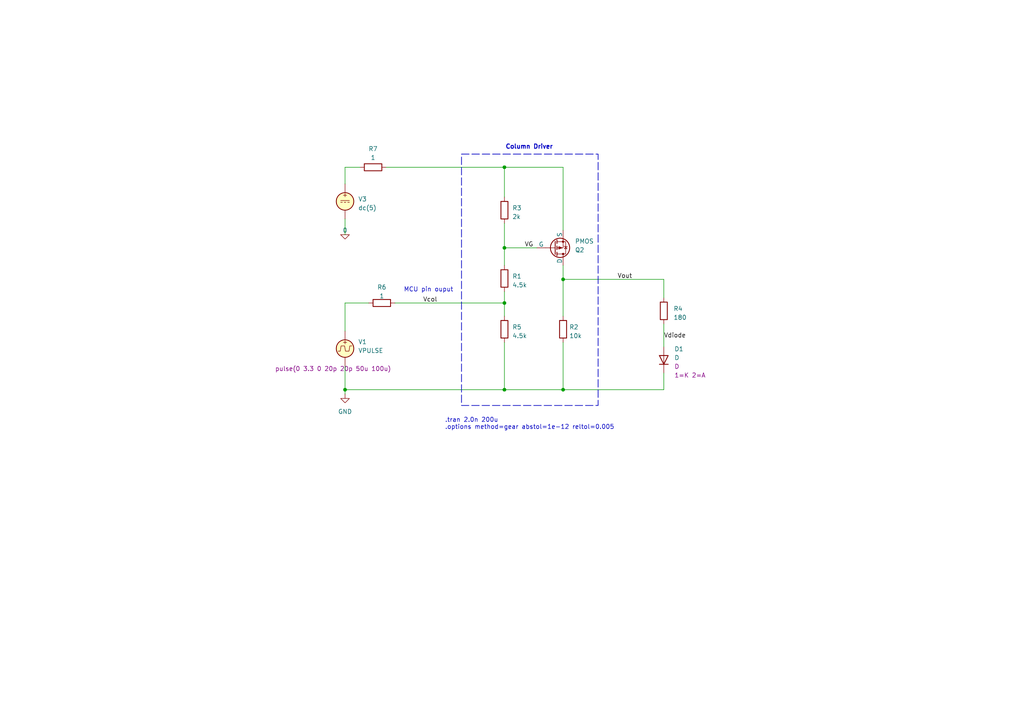
<source format=kicad_sch>
(kicad_sch (version 20230121) (generator eeschema)
  (paper "A4")
  (lib_symbols
    (symbol "Device:R" (pin_numbers hide) (pin_names (offset 0))
      (property "Reference" "R" (at 2.032 0 90))
      (property "Value" "R" (at 0 0 90))
      (symbol "R_0_1"
        (rectangle (start -1.016 -2.54) (end 1.016 2.54) (stroke (width 0.254)))
      )
      (symbol "R_1_1"
        (pin passive line (at 0 3.81 270) (length 1.27) (name "~") (number "1"))
        (pin passive line (at 0 -3.81 90) (length 1.27) (name "~") (number "2"))
      )
    )
    (symbol "Simulation_SPICE:0" (power) (pin_names (offset 0))
      (property "Value" "0" (at 0 -1.778 0))
      (symbol "0_0_1"
        (polyline (pts (xy -1.27 0) (xy 0 -1.27) (xy 1.27 0) (xy -1.27 0)))
      )
      (symbol "0_1_1"
        (pin power_in line (at 0 0 0) (length 0) hide (name "0") (number "1"))
      )
    )
    (symbol "Simulation_SPICE:D" (pin_numbers hide) (pin_names (offset 1.016) hide)
      (property "Reference" "D" (at 0 2.54 0))
      (property "Value" "D" (at 0 -2.54 0))
      (property "Sim.Device" "D" (at 0 0 0))
      (property "Sim.Pins" "1=K 2=A" (at 0 0 0))
      (symbol "D_0_1"
        (polyline (pts (xy -1.27 1.27) (xy -1.27 -1.27)) (stroke (width 0.254)))
        (polyline (pts (xy 1.27 0) (xy -1.27 0)))
        (polyline (pts (xy 1.27 1.27) (xy 1.27 -1.27) (xy -1.27 0) (xy 1.27 1.27)) (stroke (width 0.254)))
      )
      (symbol "D_1_1"
        (pin passive line (at -3.81 0 0) (length 2.54) (name "K") (number "1"))
        (pin passive line (at 3.81 0 180) (length 2.54) (name "A") (number "2"))
      )
    )
    (symbol "Simulation_SPICE:PMOS" (pin_numbers hide) (pin_names (offset 0))
      (property "Reference" "Q" (at 5.08 1.27 0))
      (property "Value" "PMOS" (at 5.08 -1.27 0))
      (symbol "PMOS_0_1"
        (polyline (pts (xy 0.254 0) (xy -2.54 0)))
        (polyline (pts (xy 0.254 1.905) (xy 0.254 -1.905)) (stroke (width 0.254)))
        (polyline (pts (xy 0.762 -1.27) (xy 0.762 -2.286)) (stroke (width 0.254)))
        (polyline (pts (xy 0.762 0.508) (xy 0.762 -0.508)) (stroke (width 0.254)))
        (polyline (pts (xy 0.762 2.286) (xy 0.762 1.27)) (stroke (width 0.254)))
        (polyline (pts (xy 2.54 2.54) (xy 2.54 1.778)))
        (polyline (pts (xy 2.54 -2.54) (xy 2.54 0) (xy 0.762 0)))
        (polyline (pts (xy 0.762 1.778) (xy 3.302 1.778) (xy 3.302 -1.778) (xy 0.762 -1.778)))
        (polyline (pts (xy 2.286 0) (xy 1.27 0.381) (xy 1.27 -0.381) (xy 2.286 0)) (fill (type outline)))
        (polyline (pts (xy 2.794 -0.508) (xy 2.921 -0.381) (xy 3.683 -0.381) (xy 3.81 -0.254)))
        (polyline (pts (xy 3.302 -0.381) (xy 2.921 0.254) (xy 3.683 0.254) (xy 3.302 -0.381)))
        (circle (center 1.651 0) (radius 2.794) (stroke (width 0.254)))
        (circle (center 2.54 -1.778) (radius 0.254) (fill (type outline)))
        (circle (center 2.54 1.778) (radius 0.254) (fill (type outline)))
      )
      (symbol "PMOS_1_1"
        (pin passive line (at 2.54 5.08 270) (length 2.54) (name "D") (number "1"))
        (pin input line (at -5.08 0 0) (length 2.54) (name "G") (number "2"))
        (pin passive line (at 2.54 -5.08 90) (length 2.54) (name "S") (number "3"))
      )
    )
    (symbol "Simulation_SPICE:VDC" (pin_numbers hide) (pin_names (offset 0.0254))
      (property "Reference" "V" (at 2.54 2.54 0))
      (property "Value" "1" (at 2.54 0 0))
      (symbol "VDC_0_0"
        (polyline (pts (xy -1.27 0.254) (xy 1.27 0.254)))
        (polyline (pts (xy -0.762 -0.254) (xy -1.27 -0.254)))
        (polyline (pts (xy 0.254 -0.254) (xy -0.254 -0.254)))
        (polyline (pts (xy 1.27 -0.254) (xy 0.762 -0.254)))
        (text "+" (at 0 1.905 0) (effects (font (size 1.27 1.27))))
      )
      (symbol "VDC_0_1"
        (circle (center 0 0) (radius 2.54) (stroke (width 0.254)) (fill (type background)))
      )
      (symbol "VDC_1_1"
        (pin passive line (at 0 5.08 270) (length 2.54) (name "~") (number "1"))
        (pin passive line (at 0 -5.08 90) (length 2.54) (name "~") (number "2"))
      )
    )
    (symbol "Simulation_SPICE:VPULSE" (pin_numbers hide) (pin_names (offset 0.0254))
      (property "Reference" "V" (at 2.54 2.54 0))
      (property "Value" "VPULSE" (at 2.54 0 0))
      (property "Sim.Params" "y1=0 y2=1 td=2n tr=2n tf=2n tw=50n per=100n" (at 2.54 -2.54 0))
      (symbol "VPULSE_0_0"
        (polyline (pts (xy -2.032 -0.762) (xy -1.397 -0.762) (xy -1.143 0.762) (xy -0.127 0.762) (xy 0.127 -0.762) (xy 1.143 -0.762) (xy 1.397 0.762) (xy 2.032 0.762)))
        (text "+" (at 0 1.905 0) (effects (font (size 1.27 1.27))))
      )
      (symbol "VPULSE_0_1"
        (circle (center 0 0) (radius 2.54) (stroke (width 0.254)) (fill (type background)))
      )
      (symbol "VPULSE_1_1"
        (pin passive line (at 0 5.08 270) (length 2.54) (name "~") (number "1"))
        (pin passive line (at 0 -5.08 90) (length 2.54) (name "~") (number "2"))
      )
    )
    (symbol "power:GND" (power) (pin_names (offset 0))
      (property "Value" "GND" (at 0 -3.81 0))
      (symbol "GND_0_1"
        (polyline (pts (xy 0 0) (xy 0 -1.27) (xy 1.27 -1.27) (xy 0 -2.54) (xy -1.27 -1.27) (xy 0 -1.27)))
      )
      (symbol "GND_1_1"
        (pin power_in line (at 0 0 270) (length 0) hide (name "GND") (number "1"))
      )
    )
  )
  (junction (at 100.076 113.03))
  (junction (at 146.304 71.882))
  (junction (at 163.322 81.026))
  (junction (at 146.304 113.03))
  (junction (at 163.322 113.03))
  (junction (at 146.304 87.884))
  (junction (at 146.304 48.514))
  (wire (pts (xy 100.076 113.03) (xy 100.076 114.3)))
  (wire (pts (xy 163.322 48.514) (xy 163.322 66.802)))
  (wire (pts (xy 192.532 108.204) (xy 192.532 113.03)))
  (wire (pts (xy 192.532 81.026) (xy 192.532 86.36)))
  (wire (pts (xy 163.322 81.026) (xy 163.322 91.694)))
  (wire (pts (xy 146.304 71.882) (xy 146.304 76.962)))
  (wire (pts (xy 146.304 87.884) (xy 146.304 91.694)))
  (wire (pts (xy 146.304 84.582) (xy 146.304 87.884)))
  (wire (pts (xy 106.934 87.884) (xy 100.076 87.884)))
  (wire (pts (xy 192.532 93.98) (xy 192.532 100.584)))
  (wire (pts (xy 100.076 87.884) (xy 100.076 96.012)))
  (wire (pts (xy 146.304 99.314) (xy 146.304 113.03)))
  (wire (pts (xy 146.304 48.514) (xy 163.322 48.514)))
  (wire (pts (xy 100.076 106.172) (xy 100.076 113.03)))
  (wire (pts (xy 163.322 81.026) (xy 192.532 81.026)))
  (wire (pts (xy 100.076 63.5) (xy 100.076 68.072)))
  (wire (pts (xy 146.304 64.77) (xy 146.304 71.882)))
  (wire (pts (xy 146.304 113.03) (xy 163.322 113.03)))
  (wire (pts (xy 114.554 87.884) (xy 146.304 87.884)))
  (wire (pts (xy 100.076 53.34) (xy 100.076 48.514)))
  (wire (pts (xy 163.322 76.962) (xy 163.322 81.026)))
  (wire (pts (xy 100.076 48.514) (xy 104.394 48.514)))
  (wire (pts (xy 192.532 113.03) (xy 163.322 113.03)))
  (wire (pts (xy 146.304 71.882) (xy 155.702 71.882)))
  (wire (pts (xy 100.076 113.03) (xy 146.304 113.03)))
  (wire (pts (xy 112.014 48.514) (xy 146.304 48.514)))
  (wire (pts (xy 163.322 99.314) (xy 163.322 113.03)))
  (wire (pts (xy 146.304 57.15) (xy 146.304 48.514)))
  (rectangle (start 133.858 44.704) (end 173.482 117.602) (stroke (width 0.2) (type dash)))
  (text ".tran 2.0n 200u\n.options method=gear abstol=1e-12 reltol=0.005" (at 129.032 124.714 0) (effects (font (size 1.27 1.27)) (justify left bottom)))
  (text "Column Driver" (at 146.558 43.434 0) (effects (font (size 1.27 1.27) (thickness 0.254) bold) (justify left bottom)))
  (text "MCU pin ouput" (at 117.094 84.836 0) (effects (font (size 1.27 1.27)) (justify left bottom)))
  (label "Vout" (at 179.07 81.026 0))
  (label "VG" (at 152.146 71.882 0))
  (label "Vdiode" (at 192.532 98.298 0))
  (label "Vcol" (at 122.682 87.884 0))
  (symbol (lib_id "Device:R") (at 163.322 95.504 0) (unit 1)
    (property "Reference" "R2" (at 165.1 94.869 0) (effects (justify left)))
    (property "Value" "10k" (at 165.1 97.409 0) (effects (justify left)))
  )
  (symbol (lib_id "Device:R") (at 146.304 95.504 0) (unit 1)
    (property "Reference" "R5" (at 148.59 94.869 0) (effects (justify left)))
    (property "Value" "4.5k" (at 148.59 97.409 0) (effects (justify left)))
  )
  (symbol (lib_id "Simulation_SPICE:PMOS") (at 160.782 71.882 0) (mirror x) (unit 1)
    (property "Reference" "Q2" (at 166.751 72.517 0) (effects (justify left)))
    (property "Value" "PMOS" (at 166.751 69.977 0) (effects (justify left)))
    (property "Datasheet" "https://ngspice.sourceforge.io/docs/ngspice-manual.pdf" (effects hide))
    (property "Sim.Device" "SUBCKT" (effects hide))
    (property "Sim.Pins" "1=10 2=20 3=30" (effects hide))
    (property "Sim.Library" "DMC2400UV.spice.txt" (effects hide))
    (property "Sim.Name" "DMC2400UV_PMOS" (effects hide))
  )
  (symbol (lib_id "Device:R") (at 146.304 80.772 180) (unit 1)
    (property "Reference" "R1" (at 148.59 80.137 0) (effects (justify right)))
    (property "Value" "4.5k" (at 148.59 82.677 0) (effects (justify right)))
  )
  (symbol (lib_id "Device:R") (at 146.304 60.96 0) (unit 1)
    (property "Reference" "R3" (at 148.59 60.325 0) (effects (justify left)))
    (property "Value" "2k" (at 148.59 62.865 0) (effects (justify left)))
  )
  (symbol (lib_id "Simulation_SPICE:0") (at 100.076 68.072 0) (unit 1)
    (property "Reference" "#GND02" (effects hide))
    (property "Value" "0" (at 100.076 66.802 0))
  )
  (symbol (lib_id "Device:R") (at 192.532 90.17 0) (unit 1)
    (property "Reference" "R4" (at 195.326 89.535 0) (effects (justify left)))
    (property "Value" "180" (at 195.326 92.075 0) (effects (justify left)))
  )
  (symbol (lib_id "Device:R") (at 108.204 48.514 90) (unit 1)
    (property "Reference" "R7" (at 108.204 43.18 90))
    (property "Value" "1" (at 108.204 45.72 90))
  )
  (symbol (lib_id "Simulation_SPICE:VDC") (at 100.076 58.42 0) (unit 1)
    (property "Reference" "V3" (at 103.886 57.7492 0) (effects (justify left)))
    (property "Value" "dc(5)" (at 103.886 60.2892 0) (effects (justify left)))
    (property "Sim.Pins" "1=+ 2=-" (effects hide))
    (property "Sim.Type" "DC" (effects hide))
    (property "Sim.Device" "V" (effects hide))
  )
  (symbol (lib_id "Device:R") (at 110.744 87.884 90) (unit 1)
    (property "Reference" "R6" (at 110.744 83.312 90))
    (property "Value" "1" (at 110.744 85.852 90))
  )
  (symbol (lib_id "Simulation_SPICE:VPULSE") (at 100.076 101.092 0) (unit 1)
    (property "Reference" "V1" (at 103.886 99.1512 0) (effects (justify left)))
    (property "Value" "VPULSE" (at 103.886 101.6912 0) (effects (justify left)))
    (property "Sim.Pins" "1=+ 2=-" (effects hide))
    (property "Sim.Type" "PULSE" (effects hide))
    (property "Sim.Device" "V" (effects hide))
    (property "Sim.Params" "pulse(0 3.3 0 20p 20p 50u 100u)" (at 79.756 106.934 0) (effects (justify left)))
  )
  (symbol (lib_id "power:GND") (at 100.076 114.3 0) (unit 1)
    (property "Reference" "#PWR01" (effects hide))
    (property "Value" "GND" (at 100.076 119.38 0))
  )
  (symbol (lib_id "Simulation_SPICE:D") (at 192.532 104.394 90) (unit 1)
    (property "Reference" "D1" (at 195.58 101.219 90) (effects (justify right)))
    (property "Value" "D" (at 195.58 103.759 90) (effects (justify right)))
    (property "Sim.Device" "D" (at 195.58 106.299 90) (effects (justify right)))
    (property "Sim.Pins" "1=K 2=A" (at 195.58 108.839 90) (effects (justify right)))
    (property "Sim.Params" "is=23.4p rs=0 n=3.94" (effects hide))
  )
)
</source>
